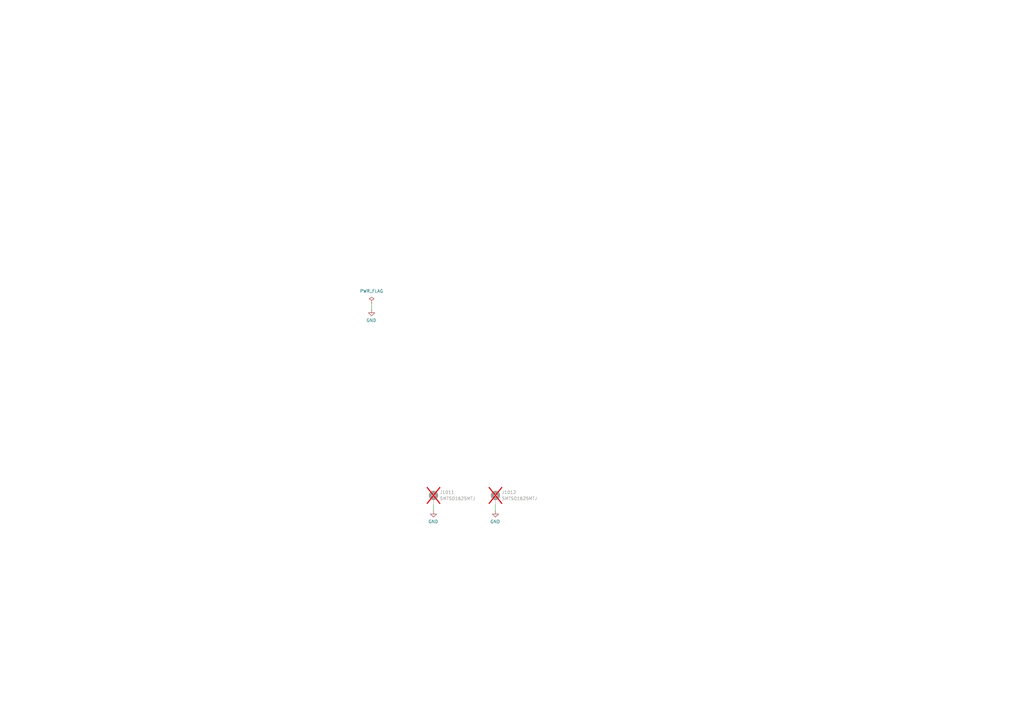
<source format=kicad_sch>
(kicad_sch (version 20231120) (generator "eeschema") (generator_version "8.0")
  (paper "A3")
  (lib_symbols
    (symbol "power:GND" (power) (pin_names (offset 0))
      (property "Value" "GND" (at 0 -3.81 0))
      (symbol "GND_0_1"
        (polyline (pts (xy 0 0) (xy 0 -1.27) (xy 1.27 -1.27) (xy 0 -2.54) (xy -1.27 -1.27) (xy 0 -1.27)))
      )
      (symbol "GND_1_1"
        (pin power_in line (at 0 0 270) (length 0) hide (name "GND") (number "1"))
      )
    )
    (symbol "power:PWR_FLAG" (power) (pin_numbers hide) (pin_names (offset 0) hide)
      (property "Value" "PWR_FLAG" (at 0 3.81 0))
      (symbol "PWR_FLAG_0_0"
        (pin power_out line (at 0 0 90) (length 0) (name "~") (number "1"))
      )
      (symbol "PWR_FLAG_0_1"
        (polyline (pts (xy 0 0) (xy 0 1.27) (xy -1.016 1.905) (xy 0 2.54) (xy 1.016 1.905) (xy 0 1.27)))
      )
    )
    (symbol "suku_basics:SMD_NUT" (pin_numbers hide) (pin_names (offset 1.016) hide)
      (property "Reference" "J" (at 0 6.35 0))
      (property "Value" "SMD_NUT" (at 0 4.445 0))
      (symbol "SMD_NUT_0_1"
        (circle (center 0 1.27) (radius 1.27) (stroke (width 1.27)))
      )
      (symbol "SMD_NUT_1_1"
        (pin input line (at 0 -2.54 90) (length 2.54) (name "1") (number "1"))
      )
    )
  )
  (wire (pts (xy 177.8 207.01) (xy 177.8 209.55)))
  (wire (pts (xy 203.2 207.01) (xy 203.2 209.55)))
  (wire (pts (xy 152.4 124.46) (xy 152.4 127)))
  (symbol (lib_id "power:GND") (at 152.4 127 0) (mirror y) (unit 1)
    (property "Reference" "#PWR01005" (effects (hide yes)))
    (property "Value" "GND" (at 152.273 131.3942 0))
  )
  (symbol (lib_id "suku_basics:SMD_NUT") (at 177.8 204.47 0) (unit 1) (dnp yes)
    (property "Reference" "J1011" (at 180.34 201.9299 0) (effects (justify left)))
    (property "Value" "SMTSO1625MTJ" (at 180.34 204.4699 0) (effects (justify left)))
    (property "Footprint" "suku_basics:SMD_NUT_M1.6x2.5" (effects (hide yes)))
    (property "Description" "SMD Nut" (effects (hide yes)))
  )
  (symbol (lib_id "power:GND") (at 177.8 209.55 0) (mirror y) (unit 1)
    (property "Reference" "#PWR01035" (effects (hide yes)))
    (property "Value" "GND" (at 177.673 213.9442 0))
  )
  (symbol (lib_id "power:PWR_FLAG") (at 152.4 124.46 0) (unit 1)
    (property "Reference" "#FLG01001" (effects (hide yes)))
    (property "Value" "PWR_FLAG" (at 152.4 119.38 0))
    (property "Description" "Special symbol for telling ERC where power comes from" (effects (hide yes)))
  )
  (symbol (lib_id "suku_basics:SMD_NUT") (at 203.2 204.47 0) (unit 1) (dnp yes)
    (property "Reference" "J1012" (at 205.74 201.9299 0) (effects (justify left)))
    (property "Value" "SMTSO1625MTJ" (at 205.74 204.4699 0) (effects (justify left)))
    (property "Footprint" "suku_basics:SMD_NUT_M1.6x2.5" (effects (hide yes)))
    (property "Description" "SMD Nut" (effects (hide yes)))
  )
  (symbol (lib_id "power:GND") (at 203.2 209.55 0) (mirror y) (unit 1)
    (property "Reference" "#PWR01036" (effects (hide yes)))
    (property "Value" "GND" (at 203.073 213.9442 0))
  )
)
</source>
